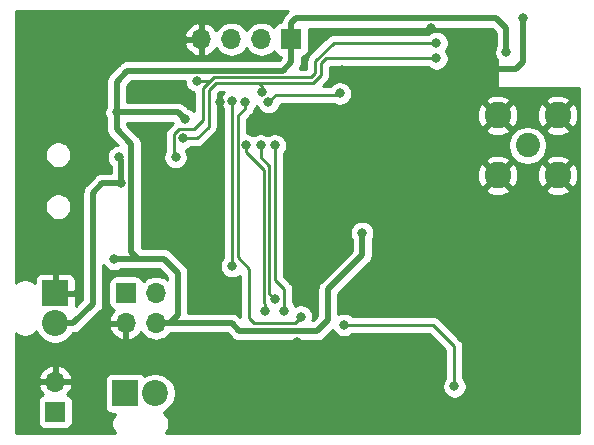
<source format=gbr>
G04 #@! TF.GenerationSoftware,KiCad,Pcbnew,(5.1.0)-1*
G04 #@! TF.CreationDate,2020-04-10T00:03:39+02:00*
G04 #@! TF.ProjectId,Heissluftballon,48656973-736c-4756-9674-62616c6c6f6e,rev?*
G04 #@! TF.SameCoordinates,Original*
G04 #@! TF.FileFunction,Copper,L2,Bot*
G04 #@! TF.FilePolarity,Positive*
%FSLAX46Y46*%
G04 Gerber Fmt 4.6, Leading zero omitted, Abs format (unit mm)*
G04 Created by KiCad (PCBNEW (5.1.0)-1) date 2020-04-10 00:03:39*
%MOMM*%
%LPD*%
G04 APERTURE LIST*
%ADD10C,2.200000*%
%ADD11R,2.200000X2.200000*%
%ADD12O,1.700000X1.700000*%
%ADD13R,1.700000X1.700000*%
%ADD14C,2.250000*%
%ADD15C,2.050000*%
%ADD16C,0.800000*%
%ADD17C,0.500000*%
%ADD18C,0.250000*%
%ADD19C,0.254000*%
G04 APERTURE END LIST*
D10*
X82490000Y-111000000D03*
D11*
X79950000Y-111000000D03*
D10*
X74000000Y-105040000D03*
D11*
X74000000Y-102500000D03*
D12*
X74000000Y-110000000D03*
D13*
X74000000Y-112540000D03*
D14*
X111460000Y-92540000D03*
X111460000Y-87460000D03*
X116540000Y-87460000D03*
X116540000Y-92540000D03*
D15*
X114000000Y-90000000D03*
D12*
X86380000Y-81000000D03*
X88920000Y-81000000D03*
X91460000Y-81000000D03*
D13*
X94000000Y-81000000D03*
D12*
X82540000Y-105040000D03*
X80000000Y-105040000D03*
X82540000Y-102500000D03*
D13*
X80000000Y-102500000D03*
D16*
X87200000Y-101200000D03*
X85800000Y-107200000D03*
X100600000Y-112200000D03*
X115800000Y-114000000D03*
X99000000Y-103000000D03*
X91975000Y-107225000D03*
X94475000Y-106675000D03*
X95400000Y-96800000D03*
X100000000Y-95800000D03*
X100400000Y-92800000D03*
X106000000Y-84100000D03*
X113600000Y-79200000D03*
X71400000Y-99600000D03*
X71400000Y-86400000D03*
X98299992Y-83600000D03*
X96475000Y-87000000D03*
X105800000Y-80100000D03*
X84987500Y-86212500D03*
X87950000Y-86350000D03*
X79000000Y-99600000D03*
X79200000Y-87200000D03*
X85000000Y-87800000D03*
X112200000Y-82100000D03*
X100000000Y-97400000D03*
X79601041Y-93198959D03*
X79400000Y-91000000D03*
X84200000Y-91000000D03*
X106275000Y-81325000D03*
X86000000Y-84524980D03*
X84800000Y-89400000D03*
X106275000Y-82625000D03*
X91500000Y-85500000D03*
X90200000Y-90000000D03*
X91800000Y-104000000D03*
X91400000Y-90000000D03*
X92600000Y-103000000D03*
X98475000Y-105200000D03*
X107800000Y-110400000D03*
X92600000Y-90000000D03*
X93400000Y-104000000D03*
X90100000Y-86300000D03*
X94800000Y-104500000D03*
X89000000Y-86200000D03*
X88987347Y-100212653D03*
X98100000Y-85600000D03*
X92054701Y-86332052D03*
D17*
X113600000Y-79200000D02*
X113600000Y-82900000D01*
X113600000Y-82900000D02*
X113000000Y-83500000D01*
X113000000Y-83500000D02*
X107750000Y-83500000D01*
X107150000Y-84100000D02*
X106000000Y-84100000D01*
X107750000Y-83500000D02*
X107150000Y-84100000D01*
X79200000Y-87200000D02*
X84400000Y-87200000D01*
X84400000Y-87200000D02*
X85000000Y-87800000D01*
X80451042Y-89851042D02*
X80451042Y-98148958D01*
X94000000Y-79650000D02*
X94000000Y-81000000D01*
X94400001Y-79249999D02*
X94000000Y-79650000D01*
X111349999Y-79249999D02*
X94400001Y-79249999D01*
X112200000Y-80100000D02*
X111349999Y-79249999D01*
X112200000Y-82100000D02*
X112200000Y-80100000D01*
X94000000Y-82974980D02*
X93300000Y-83674980D01*
X93300000Y-83674980D02*
X80125020Y-83674980D01*
X80125020Y-83674980D02*
X79200000Y-84600000D01*
X94000000Y-81000000D02*
X94000000Y-82974980D01*
X79200000Y-87200000D02*
X79200000Y-84600000D01*
X79200000Y-87200000D02*
X79200000Y-88600000D01*
X79200000Y-88600000D02*
X80451042Y-89851042D01*
X83742081Y-105040000D02*
X84400000Y-104382081D01*
X82540000Y-105040000D02*
X83742081Y-105040000D01*
X84400000Y-104382081D02*
X84400000Y-100800000D01*
X84400000Y-100800000D02*
X83200000Y-99600000D01*
X80451042Y-99051042D02*
X81000000Y-99600000D01*
X80451042Y-98148958D02*
X80451042Y-99051042D01*
X83200000Y-99600000D02*
X81000000Y-99600000D01*
X81000000Y-99600000D02*
X79000000Y-99600000D01*
X82540000Y-105040000D02*
X88940000Y-105040000D01*
X88940000Y-105040000D02*
X89600000Y-105700000D01*
X89600000Y-105700000D02*
X96200000Y-105700000D01*
X96200000Y-105700000D02*
X97100000Y-104800000D01*
X97100000Y-104800000D02*
X97100000Y-102200000D01*
X97100000Y-102200000D02*
X100000000Y-99300000D01*
X100000000Y-99300000D02*
X100000000Y-97400000D01*
X79601041Y-91201041D02*
X79400000Y-91000000D01*
X79601041Y-93198959D02*
X79601041Y-91201041D01*
X75555634Y-105040000D02*
X77200000Y-103395634D01*
X74000000Y-105040000D02*
X75555634Y-105040000D01*
X77200000Y-103395634D02*
X77200000Y-94000000D01*
X78001041Y-93198959D02*
X79601041Y-93198959D01*
X77200000Y-94000000D02*
X78001041Y-93198959D01*
D18*
X96036390Y-83863610D02*
X96036390Y-82863610D01*
X96036390Y-82863610D02*
X97575000Y-81325000D01*
X95650010Y-84249990D02*
X96036390Y-83863610D01*
X87413600Y-84249990D02*
X95650010Y-84249990D01*
X84074999Y-91000000D02*
X84074999Y-89051999D01*
X84074999Y-89051999D02*
X84526998Y-88600000D01*
X99175000Y-81325000D02*
X106275000Y-81325000D01*
X97575000Y-81325000D02*
X99175000Y-81325000D01*
X84526998Y-88600000D02*
X85800000Y-88600000D01*
X85800000Y-88600000D02*
X86549990Y-87850010D01*
X86549990Y-87850010D02*
X86549991Y-85113599D01*
X87138610Y-84524980D02*
X87206795Y-84456795D01*
X86000000Y-84524980D02*
X87138610Y-84524980D01*
X86549991Y-85113599D02*
X87206795Y-84456795D01*
X87206795Y-84456795D02*
X87413600Y-84249990D01*
X105709315Y-82625000D02*
X106275000Y-82625000D01*
X96911410Y-82625000D02*
X105709315Y-82625000D01*
X95836411Y-84699999D02*
X96486400Y-84050010D01*
X87600000Y-84700000D02*
X95836411Y-84699999D01*
X96486400Y-84050010D02*
X96486400Y-83050010D01*
X87000000Y-85300000D02*
X87600000Y-84700000D01*
X87000000Y-88400000D02*
X87000000Y-85300000D01*
X86000000Y-89400000D02*
X87000000Y-88400000D01*
X96486400Y-83050010D02*
X96911410Y-82625000D01*
X84800000Y-89400000D02*
X86000000Y-89400000D01*
X91265685Y-84700000D02*
X87600000Y-84700000D01*
X91500000Y-84934315D02*
X91265685Y-84700000D01*
X91500000Y-85500000D02*
X91500000Y-84934315D01*
X91800000Y-103434315D02*
X91800000Y-104000000D01*
X90200000Y-90000000D02*
X90200000Y-90565685D01*
X90200000Y-90565685D02*
X91699980Y-92065665D01*
X91699980Y-92065665D02*
X91699980Y-101899980D01*
X91699980Y-101899980D02*
X91699982Y-101899982D01*
X91699982Y-101899982D02*
X91699982Y-103334297D01*
X91699982Y-103334297D02*
X91800000Y-103434315D01*
X91400000Y-91000000D02*
X91400000Y-90000000D01*
X92149990Y-91749990D02*
X91400000Y-91000000D01*
X92149991Y-102549991D02*
X92149990Y-91749990D01*
X92600000Y-103000000D02*
X92149991Y-102549991D01*
X107800000Y-107000000D02*
X107800000Y-110400000D01*
X98475000Y-105200000D02*
X106000000Y-105200000D01*
X106000000Y-105200000D02*
X107800000Y-107000000D01*
X93400000Y-102200000D02*
X93400000Y-104000000D01*
X92600000Y-90000000D02*
X92600000Y-101400000D01*
X92600000Y-101400000D02*
X93400000Y-102200000D01*
X90100000Y-86300000D02*
X90100000Y-86865685D01*
X90100000Y-86865685D02*
X89450010Y-87515675D01*
X89450010Y-99477008D02*
X90400000Y-100426998D01*
X89450010Y-87515675D02*
X89450010Y-99477008D01*
X94800000Y-104500000D02*
X94300000Y-105000000D01*
X90800000Y-105000000D02*
X90400000Y-104600000D01*
X94300000Y-105000000D02*
X90800000Y-105000000D01*
X90400000Y-100426998D02*
X90400000Y-104600000D01*
X89000000Y-86765685D02*
X89000000Y-86200000D01*
X89000000Y-99663408D02*
X89000000Y-86765685D01*
X89000000Y-99663408D02*
X89000000Y-100200000D01*
X89000000Y-100200000D02*
X88987347Y-100212653D01*
X98000000Y-85700000D02*
X98100000Y-85600000D01*
X92054701Y-86332052D02*
X92686753Y-85700000D01*
X92686753Y-85700000D02*
X98000000Y-85700000D01*
D19*
G36*
X111315001Y-80466579D02*
G01*
X111315000Y-81561545D01*
X111282795Y-81609744D01*
X111204774Y-81798102D01*
X111165000Y-81998061D01*
X111165000Y-82201939D01*
X111204774Y-82401898D01*
X111282795Y-82590256D01*
X111373000Y-82725258D01*
X111373000Y-85000000D01*
X111375440Y-85024776D01*
X111382667Y-85048601D01*
X111394403Y-85070557D01*
X111410197Y-85089803D01*
X111429443Y-85105597D01*
X111451399Y-85117333D01*
X111475224Y-85124560D01*
X111500000Y-85127000D01*
X118340001Y-85127000D01*
X118340000Y-114340000D01*
X83365844Y-114340000D01*
X83410450Y-114295394D01*
X83540134Y-114101308D01*
X83629461Y-113885652D01*
X83675000Y-113656712D01*
X83675000Y-113423288D01*
X83629461Y-113194348D01*
X83540134Y-112978692D01*
X83410450Y-112784606D01*
X83245394Y-112619550D01*
X83195048Y-112585910D01*
X83311831Y-112537537D01*
X83595998Y-112347663D01*
X83837663Y-112105998D01*
X84027537Y-111821831D01*
X84158325Y-111506081D01*
X84225000Y-111170883D01*
X84225000Y-110829117D01*
X84158325Y-110493919D01*
X84027537Y-110178169D01*
X83837663Y-109894002D01*
X83595998Y-109652337D01*
X83311831Y-109462463D01*
X82996081Y-109331675D01*
X82660883Y-109265000D01*
X82319117Y-109265000D01*
X81983919Y-109331675D01*
X81668169Y-109462463D01*
X81567557Y-109529690D01*
X81501185Y-109448815D01*
X81404494Y-109369463D01*
X81294180Y-109310498D01*
X81174482Y-109274188D01*
X81050000Y-109261928D01*
X78850000Y-109261928D01*
X78725518Y-109274188D01*
X78605820Y-109310498D01*
X78495506Y-109369463D01*
X78398815Y-109448815D01*
X78319463Y-109545506D01*
X78260498Y-109655820D01*
X78224188Y-109775518D01*
X78211928Y-109900000D01*
X78211928Y-112100000D01*
X78224188Y-112224482D01*
X78260498Y-112344180D01*
X78319463Y-112454494D01*
X78398815Y-112551185D01*
X78495506Y-112630537D01*
X78605820Y-112689502D01*
X78725518Y-112725812D01*
X78850000Y-112738072D01*
X79076084Y-112738072D01*
X79029550Y-112784606D01*
X78899866Y-112978692D01*
X78810539Y-113194348D01*
X78765000Y-113423288D01*
X78765000Y-113656712D01*
X78810539Y-113885652D01*
X78899866Y-114101308D01*
X79029550Y-114295394D01*
X79074156Y-114340000D01*
X70660000Y-114340000D01*
X70660000Y-111690000D01*
X72511928Y-111690000D01*
X72511928Y-113390000D01*
X72524188Y-113514482D01*
X72560498Y-113634180D01*
X72619463Y-113744494D01*
X72698815Y-113841185D01*
X72795506Y-113920537D01*
X72905820Y-113979502D01*
X73025518Y-114015812D01*
X73150000Y-114028072D01*
X74850000Y-114028072D01*
X74974482Y-114015812D01*
X75094180Y-113979502D01*
X75204494Y-113920537D01*
X75301185Y-113841185D01*
X75380537Y-113744494D01*
X75439502Y-113634180D01*
X75475812Y-113514482D01*
X75488072Y-113390000D01*
X75488072Y-111690000D01*
X75475812Y-111565518D01*
X75439502Y-111445820D01*
X75380537Y-111335506D01*
X75301185Y-111238815D01*
X75204494Y-111159463D01*
X75094180Y-111100498D01*
X75013534Y-111076034D01*
X75097588Y-111000269D01*
X75271641Y-110766920D01*
X75396825Y-110504099D01*
X75441476Y-110356890D01*
X75320155Y-110127000D01*
X74127000Y-110127000D01*
X74127000Y-110147000D01*
X73873000Y-110147000D01*
X73873000Y-110127000D01*
X72679845Y-110127000D01*
X72558524Y-110356890D01*
X72603175Y-110504099D01*
X72728359Y-110766920D01*
X72902412Y-111000269D01*
X72986466Y-111076034D01*
X72905820Y-111100498D01*
X72795506Y-111159463D01*
X72698815Y-111238815D01*
X72619463Y-111335506D01*
X72560498Y-111445820D01*
X72524188Y-111565518D01*
X72511928Y-111690000D01*
X70660000Y-111690000D01*
X70660000Y-109643110D01*
X72558524Y-109643110D01*
X72679845Y-109873000D01*
X73873000Y-109873000D01*
X73873000Y-108679186D01*
X74127000Y-108679186D01*
X74127000Y-109873000D01*
X75320155Y-109873000D01*
X75441476Y-109643110D01*
X75396825Y-109495901D01*
X75271641Y-109233080D01*
X75097588Y-108999731D01*
X74881355Y-108804822D01*
X74631252Y-108655843D01*
X74356891Y-108558519D01*
X74127000Y-108679186D01*
X73873000Y-108679186D01*
X73643109Y-108558519D01*
X73368748Y-108655843D01*
X73118645Y-108804822D01*
X72902412Y-108999731D01*
X72728359Y-109233080D01*
X72603175Y-109495901D01*
X72558524Y-109643110D01*
X70660000Y-109643110D01*
X70660000Y-105915844D01*
X70704606Y-105960450D01*
X70898692Y-106090134D01*
X71114348Y-106179461D01*
X71343288Y-106225000D01*
X71576712Y-106225000D01*
X71805652Y-106179461D01*
X72021308Y-106090134D01*
X72215394Y-105960450D01*
X72380450Y-105795394D01*
X72414090Y-105745048D01*
X72462463Y-105861831D01*
X72652337Y-106145998D01*
X72894002Y-106387663D01*
X73178169Y-106577537D01*
X73493919Y-106708325D01*
X73829117Y-106775000D01*
X74170883Y-106775000D01*
X74506081Y-106708325D01*
X74821831Y-106577537D01*
X75105998Y-106387663D01*
X75347663Y-106145998D01*
X75495329Y-105925000D01*
X75512165Y-105925000D01*
X75555634Y-105929281D01*
X75599103Y-105925000D01*
X75599111Y-105925000D01*
X75729124Y-105912195D01*
X75895947Y-105861589D01*
X76049693Y-105779411D01*
X76184451Y-105668817D01*
X76212168Y-105635044D01*
X76450322Y-105396890D01*
X78558524Y-105396890D01*
X78603175Y-105544099D01*
X78728359Y-105806920D01*
X78902412Y-106040269D01*
X79118645Y-106235178D01*
X79368748Y-106384157D01*
X79643109Y-106481481D01*
X79873000Y-106360814D01*
X79873000Y-105167000D01*
X78679845Y-105167000D01*
X78558524Y-105396890D01*
X76450322Y-105396890D01*
X77795050Y-104052163D01*
X77828817Y-104024451D01*
X77857201Y-103989866D01*
X77939411Y-103889693D01*
X77956035Y-103858591D01*
X78021589Y-103735947D01*
X78072195Y-103569124D01*
X78085000Y-103439111D01*
X78085000Y-103439103D01*
X78089281Y-103395634D01*
X78085000Y-103352165D01*
X78085000Y-100093556D01*
X78196063Y-100259774D01*
X78340226Y-100403937D01*
X78509744Y-100517205D01*
X78698102Y-100595226D01*
X78898061Y-100635000D01*
X79101939Y-100635000D01*
X79301898Y-100595226D01*
X79490256Y-100517205D01*
X79538454Y-100485000D01*
X80956531Y-100485000D01*
X81000000Y-100489281D01*
X81043469Y-100485000D01*
X82833422Y-100485000D01*
X83515001Y-101166580D01*
X83515001Y-101379102D01*
X83369014Y-101259294D01*
X83111034Y-101121401D01*
X82831111Y-101036487D01*
X82612950Y-101015000D01*
X82467050Y-101015000D01*
X82248889Y-101036487D01*
X81968966Y-101121401D01*
X81710986Y-101259294D01*
X81484866Y-101444866D01*
X81460393Y-101474687D01*
X81439502Y-101405820D01*
X81380537Y-101295506D01*
X81301185Y-101198815D01*
X81204494Y-101119463D01*
X81094180Y-101060498D01*
X80974482Y-101024188D01*
X80850000Y-101011928D01*
X79150000Y-101011928D01*
X79025518Y-101024188D01*
X78905820Y-101060498D01*
X78795506Y-101119463D01*
X78698815Y-101198815D01*
X78619463Y-101295506D01*
X78560498Y-101405820D01*
X78524188Y-101525518D01*
X78511928Y-101650000D01*
X78511928Y-103350000D01*
X78524188Y-103474482D01*
X78560498Y-103594180D01*
X78619463Y-103704494D01*
X78698815Y-103801185D01*
X78795506Y-103880537D01*
X78905820Y-103939502D01*
X78986466Y-103963966D01*
X78902412Y-104039731D01*
X78728359Y-104273080D01*
X78603175Y-104535901D01*
X78558524Y-104683110D01*
X78679845Y-104913000D01*
X79873000Y-104913000D01*
X79873000Y-104893000D01*
X80127000Y-104893000D01*
X80127000Y-104913000D01*
X80147000Y-104913000D01*
X80147000Y-105167000D01*
X80127000Y-105167000D01*
X80127000Y-106360814D01*
X80356891Y-106481481D01*
X80631252Y-106384157D01*
X80881355Y-106235178D01*
X81097588Y-106040269D01*
X81268416Y-105811244D01*
X81299294Y-105869014D01*
X81484866Y-106095134D01*
X81710986Y-106280706D01*
X81968966Y-106418599D01*
X82248889Y-106503513D01*
X82467050Y-106525000D01*
X82612950Y-106525000D01*
X82831111Y-106503513D01*
X83111034Y-106418599D01*
X83369014Y-106280706D01*
X83595134Y-106095134D01*
X83732056Y-105928294D01*
X83742081Y-105929281D01*
X83785550Y-105925000D01*
X88573422Y-105925000D01*
X88943470Y-106295049D01*
X88971183Y-106328817D01*
X89004951Y-106356530D01*
X89004953Y-106356532D01*
X89010171Y-106360814D01*
X89105941Y-106439411D01*
X89259687Y-106521589D01*
X89375903Y-106556843D01*
X89426509Y-106572195D01*
X89441306Y-106573652D01*
X89556523Y-106585000D01*
X89556531Y-106585000D01*
X89600000Y-106589281D01*
X89643469Y-106585000D01*
X96156531Y-106585000D01*
X96200000Y-106589281D01*
X96243469Y-106585000D01*
X96243477Y-106585000D01*
X96373490Y-106572195D01*
X96540313Y-106521589D01*
X96694059Y-106439411D01*
X96828817Y-106328817D01*
X96856534Y-106295044D01*
X97529539Y-105622040D01*
X97557795Y-105690256D01*
X97671063Y-105859774D01*
X97815226Y-106003937D01*
X97984744Y-106117205D01*
X98173102Y-106195226D01*
X98373061Y-106235000D01*
X98576939Y-106235000D01*
X98776898Y-106195226D01*
X98965256Y-106117205D01*
X99134774Y-106003937D01*
X99178711Y-105960000D01*
X105685199Y-105960000D01*
X107040000Y-107314803D01*
X107040001Y-109696288D01*
X106996063Y-109740226D01*
X106882795Y-109909744D01*
X106804774Y-110098102D01*
X106765000Y-110298061D01*
X106765000Y-110501939D01*
X106804774Y-110701898D01*
X106882795Y-110890256D01*
X106996063Y-111059774D01*
X107140226Y-111203937D01*
X107309744Y-111317205D01*
X107498102Y-111395226D01*
X107698061Y-111435000D01*
X107901939Y-111435000D01*
X108101898Y-111395226D01*
X108290256Y-111317205D01*
X108459774Y-111203937D01*
X108603937Y-111059774D01*
X108717205Y-110890256D01*
X108795226Y-110701898D01*
X108835000Y-110501939D01*
X108835000Y-110298061D01*
X108795226Y-110098102D01*
X108717205Y-109909744D01*
X108603937Y-109740226D01*
X108560000Y-109696289D01*
X108560000Y-107037322D01*
X108563676Y-106999999D01*
X108560000Y-106962676D01*
X108560000Y-106962667D01*
X108549003Y-106851014D01*
X108505546Y-106707753D01*
X108434974Y-106575724D01*
X108390546Y-106521588D01*
X108363799Y-106488996D01*
X108363795Y-106488992D01*
X108340001Y-106459999D01*
X108311009Y-106436206D01*
X106563803Y-104689002D01*
X106540001Y-104659999D01*
X106424276Y-104565026D01*
X106292247Y-104494454D01*
X106148986Y-104450997D01*
X106037333Y-104440000D01*
X106037322Y-104440000D01*
X106000000Y-104436324D01*
X105962678Y-104440000D01*
X99178711Y-104440000D01*
X99134774Y-104396063D01*
X98965256Y-104282795D01*
X98776898Y-104204774D01*
X98576939Y-104165000D01*
X98373061Y-104165000D01*
X98173102Y-104204774D01*
X97985000Y-104282689D01*
X97985000Y-102566578D01*
X100595050Y-99956529D01*
X100628817Y-99928817D01*
X100739411Y-99794059D01*
X100821589Y-99640313D01*
X100872195Y-99473490D01*
X100885000Y-99343477D01*
X100885000Y-99343467D01*
X100889281Y-99300001D01*
X100885000Y-99256535D01*
X100885000Y-97938454D01*
X100917205Y-97890256D01*
X100995226Y-97701898D01*
X101035000Y-97501939D01*
X101035000Y-97298061D01*
X100995226Y-97098102D01*
X100917205Y-96909744D01*
X100803937Y-96740226D01*
X100659774Y-96596063D01*
X100490256Y-96482795D01*
X100301898Y-96404774D01*
X100101939Y-96365000D01*
X99898061Y-96365000D01*
X99698102Y-96404774D01*
X99509744Y-96482795D01*
X99340226Y-96596063D01*
X99196063Y-96740226D01*
X99082795Y-96909744D01*
X99004774Y-97098102D01*
X98965000Y-97298061D01*
X98965000Y-97501939D01*
X99004774Y-97701898D01*
X99082795Y-97890256D01*
X99115001Y-97938455D01*
X99115000Y-98933421D01*
X96504951Y-101543471D01*
X96471184Y-101571183D01*
X96443471Y-101604951D01*
X96443468Y-101604954D01*
X96360590Y-101705941D01*
X96278412Y-101859687D01*
X96227805Y-102026510D01*
X96210719Y-102200000D01*
X96215001Y-102243479D01*
X96215000Y-104433421D01*
X95833422Y-104815000D01*
X95789799Y-104815000D01*
X95795226Y-104801898D01*
X95835000Y-104601939D01*
X95835000Y-104398061D01*
X95795226Y-104198102D01*
X95717205Y-104009744D01*
X95603937Y-103840226D01*
X95459774Y-103696063D01*
X95290256Y-103582795D01*
X95101898Y-103504774D01*
X94901939Y-103465000D01*
X94698061Y-103465000D01*
X94498102Y-103504774D01*
X94341940Y-103569459D01*
X94317205Y-103509744D01*
X94203937Y-103340226D01*
X94160000Y-103296289D01*
X94160000Y-102237323D01*
X94163676Y-102200000D01*
X94160000Y-102162677D01*
X94160000Y-102162667D01*
X94149003Y-102051014D01*
X94105546Y-101907753D01*
X94034974Y-101775724D01*
X93940001Y-101659999D01*
X93911004Y-101636202D01*
X93360000Y-101085199D01*
X93360000Y-93764531D01*
X110415074Y-93764531D01*
X110525921Y-94041714D01*
X110836840Y-94195089D01*
X111171705Y-94284860D01*
X111517650Y-94307576D01*
X111861380Y-94262366D01*
X112189685Y-94150966D01*
X112394079Y-94041714D01*
X112504926Y-93764531D01*
X115495074Y-93764531D01*
X115605921Y-94041714D01*
X115916840Y-94195089D01*
X116251705Y-94284860D01*
X116597650Y-94307576D01*
X116941380Y-94262366D01*
X117269685Y-94150966D01*
X117474079Y-94041714D01*
X117584926Y-93764531D01*
X116540000Y-92719605D01*
X115495074Y-93764531D01*
X112504926Y-93764531D01*
X111460000Y-92719605D01*
X110415074Y-93764531D01*
X93360000Y-93764531D01*
X93360000Y-92597650D01*
X109692424Y-92597650D01*
X109737634Y-92941380D01*
X109849034Y-93269685D01*
X109958286Y-93474079D01*
X110235469Y-93584926D01*
X111280395Y-92540000D01*
X111639605Y-92540000D01*
X112684531Y-93584926D01*
X112961714Y-93474079D01*
X113115089Y-93163160D01*
X113204860Y-92828295D01*
X113220004Y-92597650D01*
X114772424Y-92597650D01*
X114817634Y-92941380D01*
X114929034Y-93269685D01*
X115038286Y-93474079D01*
X115315469Y-93584926D01*
X116360395Y-92540000D01*
X116719605Y-92540000D01*
X117764531Y-93584926D01*
X118041714Y-93474079D01*
X118195089Y-93163160D01*
X118284860Y-92828295D01*
X118307576Y-92482350D01*
X118262366Y-92138620D01*
X118150966Y-91810315D01*
X118041714Y-91605921D01*
X117764531Y-91495074D01*
X116719605Y-92540000D01*
X116360395Y-92540000D01*
X115315469Y-91495074D01*
X115038286Y-91605921D01*
X114884911Y-91916840D01*
X114795140Y-92251705D01*
X114772424Y-92597650D01*
X113220004Y-92597650D01*
X113227576Y-92482350D01*
X113182366Y-92138620D01*
X113070966Y-91810315D01*
X112961714Y-91605921D01*
X112684531Y-91495074D01*
X111639605Y-92540000D01*
X111280395Y-92540000D01*
X110235469Y-91495074D01*
X109958286Y-91605921D01*
X109804911Y-91916840D01*
X109715140Y-92251705D01*
X109692424Y-92597650D01*
X93360000Y-92597650D01*
X93360000Y-91315469D01*
X110415074Y-91315469D01*
X111460000Y-92360395D01*
X112504926Y-91315469D01*
X112394079Y-91038286D01*
X112083160Y-90884911D01*
X111748295Y-90795140D01*
X111402350Y-90772424D01*
X111058620Y-90817634D01*
X110730315Y-90929034D01*
X110525921Y-91038286D01*
X110415074Y-91315469D01*
X93360000Y-91315469D01*
X93360000Y-90703711D01*
X93403937Y-90659774D01*
X93517205Y-90490256D01*
X93595226Y-90301898D01*
X93635000Y-90101939D01*
X93635000Y-89898061D01*
X93622756Y-89836504D01*
X112340000Y-89836504D01*
X112340000Y-90163496D01*
X112403793Y-90484204D01*
X112528927Y-90786305D01*
X112710594Y-91058188D01*
X112941812Y-91289406D01*
X113213695Y-91471073D01*
X113515796Y-91596207D01*
X113836504Y-91660000D01*
X114163496Y-91660000D01*
X114484204Y-91596207D01*
X114786305Y-91471073D01*
X115019182Y-91315469D01*
X115495074Y-91315469D01*
X116540000Y-92360395D01*
X117584926Y-91315469D01*
X117474079Y-91038286D01*
X117163160Y-90884911D01*
X116828295Y-90795140D01*
X116482350Y-90772424D01*
X116138620Y-90817634D01*
X115810315Y-90929034D01*
X115605921Y-91038286D01*
X115495074Y-91315469D01*
X115019182Y-91315469D01*
X115058188Y-91289406D01*
X115289406Y-91058188D01*
X115471073Y-90786305D01*
X115596207Y-90484204D01*
X115660000Y-90163496D01*
X115660000Y-89836504D01*
X115596207Y-89515796D01*
X115471073Y-89213695D01*
X115289406Y-88941812D01*
X115058188Y-88710594D01*
X115019183Y-88684531D01*
X115495074Y-88684531D01*
X115605921Y-88961714D01*
X115916840Y-89115089D01*
X116251705Y-89204860D01*
X116597650Y-89227576D01*
X116941380Y-89182366D01*
X117269685Y-89070966D01*
X117474079Y-88961714D01*
X117584926Y-88684531D01*
X116540000Y-87639605D01*
X115495074Y-88684531D01*
X115019183Y-88684531D01*
X114786305Y-88528927D01*
X114484204Y-88403793D01*
X114163496Y-88340000D01*
X113836504Y-88340000D01*
X113515796Y-88403793D01*
X113213695Y-88528927D01*
X112941812Y-88710594D01*
X112710594Y-88941812D01*
X112528927Y-89213695D01*
X112403793Y-89515796D01*
X112340000Y-89836504D01*
X93622756Y-89836504D01*
X93595226Y-89698102D01*
X93517205Y-89509744D01*
X93403937Y-89340226D01*
X93259774Y-89196063D01*
X93090256Y-89082795D01*
X92901898Y-89004774D01*
X92701939Y-88965000D01*
X92498061Y-88965000D01*
X92298102Y-89004774D01*
X92109744Y-89082795D01*
X92000000Y-89156123D01*
X91890256Y-89082795D01*
X91701898Y-89004774D01*
X91501939Y-88965000D01*
X91298061Y-88965000D01*
X91098102Y-89004774D01*
X90909744Y-89082795D01*
X90800000Y-89156123D01*
X90690256Y-89082795D01*
X90501898Y-89004774D01*
X90301939Y-88965000D01*
X90210010Y-88965000D01*
X90210010Y-88684531D01*
X110415074Y-88684531D01*
X110525921Y-88961714D01*
X110836840Y-89115089D01*
X111171705Y-89204860D01*
X111517650Y-89227576D01*
X111861380Y-89182366D01*
X112189685Y-89070966D01*
X112394079Y-88961714D01*
X112504926Y-88684531D01*
X111460000Y-87639605D01*
X110415074Y-88684531D01*
X90210010Y-88684531D01*
X90210010Y-87830476D01*
X90522836Y-87517650D01*
X109692424Y-87517650D01*
X109737634Y-87861380D01*
X109849034Y-88189685D01*
X109958286Y-88394079D01*
X110235469Y-88504926D01*
X111280395Y-87460000D01*
X111639605Y-87460000D01*
X112684531Y-88504926D01*
X112961714Y-88394079D01*
X113115089Y-88083160D01*
X113204860Y-87748295D01*
X113220004Y-87517650D01*
X114772424Y-87517650D01*
X114817634Y-87861380D01*
X114929034Y-88189685D01*
X115038286Y-88394079D01*
X115315469Y-88504926D01*
X116360395Y-87460000D01*
X116719605Y-87460000D01*
X117764531Y-88504926D01*
X118041714Y-88394079D01*
X118195089Y-88083160D01*
X118284860Y-87748295D01*
X118307576Y-87402350D01*
X118262366Y-87058620D01*
X118150966Y-86730315D01*
X118041714Y-86525921D01*
X117764531Y-86415074D01*
X116719605Y-87460000D01*
X116360395Y-87460000D01*
X115315469Y-86415074D01*
X115038286Y-86525921D01*
X114884911Y-86836840D01*
X114795140Y-87171705D01*
X114772424Y-87517650D01*
X113220004Y-87517650D01*
X113227576Y-87402350D01*
X113182366Y-87058620D01*
X113070966Y-86730315D01*
X112961714Y-86525921D01*
X112684531Y-86415074D01*
X111639605Y-87460000D01*
X111280395Y-87460000D01*
X110235469Y-86415074D01*
X109958286Y-86525921D01*
X109804911Y-86836840D01*
X109715140Y-87171705D01*
X109692424Y-87517650D01*
X90522836Y-87517650D01*
X90611002Y-87429485D01*
X90640001Y-87405686D01*
X90734974Y-87289961D01*
X90805546Y-87157932D01*
X90848987Y-87014724D01*
X90903937Y-86959774D01*
X91017205Y-86790256D01*
X91070712Y-86661079D01*
X91137496Y-86822308D01*
X91250764Y-86991826D01*
X91394927Y-87135989D01*
X91564445Y-87249257D01*
X91752803Y-87327278D01*
X91952762Y-87367052D01*
X92156640Y-87367052D01*
X92356599Y-87327278D01*
X92544957Y-87249257D01*
X92714475Y-87135989D01*
X92858638Y-86991826D01*
X92971906Y-86822308D01*
X93049927Y-86633950D01*
X93084528Y-86460000D01*
X97524130Y-86460000D01*
X97609744Y-86517205D01*
X97798102Y-86595226D01*
X97998061Y-86635000D01*
X98201939Y-86635000D01*
X98401898Y-86595226D01*
X98590256Y-86517205D01*
X98759774Y-86403937D01*
X98903937Y-86259774D01*
X98920177Y-86235469D01*
X110415074Y-86235469D01*
X111460000Y-87280395D01*
X112504926Y-86235469D01*
X115495074Y-86235469D01*
X116540000Y-87280395D01*
X117584926Y-86235469D01*
X117474079Y-85958286D01*
X117163160Y-85804911D01*
X116828295Y-85715140D01*
X116482350Y-85692424D01*
X116138620Y-85737634D01*
X115810315Y-85849034D01*
X115605921Y-85958286D01*
X115495074Y-86235469D01*
X112504926Y-86235469D01*
X112394079Y-85958286D01*
X112083160Y-85804911D01*
X111748295Y-85715140D01*
X111402350Y-85692424D01*
X111058620Y-85737634D01*
X110730315Y-85849034D01*
X110525921Y-85958286D01*
X110415074Y-86235469D01*
X98920177Y-86235469D01*
X99017205Y-86090256D01*
X99095226Y-85901898D01*
X99135000Y-85701939D01*
X99135000Y-85498061D01*
X99095226Y-85298102D01*
X99017205Y-85109744D01*
X98903937Y-84940226D01*
X98759774Y-84796063D01*
X98590256Y-84682795D01*
X98401898Y-84604774D01*
X98201939Y-84565000D01*
X97998061Y-84565000D01*
X97798102Y-84604774D01*
X97609744Y-84682795D01*
X97440226Y-84796063D01*
X97296289Y-84940000D01*
X96671211Y-84940000D01*
X96997404Y-84613808D01*
X97026401Y-84590011D01*
X97121374Y-84474286D01*
X97191946Y-84342257D01*
X97235403Y-84198996D01*
X97246400Y-84087343D01*
X97246400Y-84087334D01*
X97250076Y-84050011D01*
X97246400Y-84012688D01*
X97246400Y-83385000D01*
X105571289Y-83385000D01*
X105615226Y-83428937D01*
X105784744Y-83542205D01*
X105973102Y-83620226D01*
X106173061Y-83660000D01*
X106376939Y-83660000D01*
X106576898Y-83620226D01*
X106765256Y-83542205D01*
X106934774Y-83428937D01*
X107078937Y-83284774D01*
X107192205Y-83115256D01*
X107270226Y-82926898D01*
X107310000Y-82726939D01*
X107310000Y-82523061D01*
X107270226Y-82323102D01*
X107192205Y-82134744D01*
X107085468Y-81975000D01*
X107192205Y-81815256D01*
X107270226Y-81626898D01*
X107310000Y-81426939D01*
X107310000Y-81223061D01*
X107270226Y-81023102D01*
X107192205Y-80834744D01*
X107078937Y-80665226D01*
X106934774Y-80521063D01*
X106765256Y-80407795D01*
X106576898Y-80329774D01*
X106376939Y-80290000D01*
X106173061Y-80290000D01*
X105973102Y-80329774D01*
X105784744Y-80407795D01*
X105615226Y-80521063D01*
X105571289Y-80565000D01*
X97612322Y-80565000D01*
X97574999Y-80561324D01*
X97537676Y-80565000D01*
X97537667Y-80565000D01*
X97426014Y-80575997D01*
X97282753Y-80619454D01*
X97150723Y-80690026D01*
X97127739Y-80708889D01*
X97034999Y-80784999D01*
X97011201Y-80813997D01*
X95525388Y-82299811D01*
X95496390Y-82323609D01*
X95472592Y-82352607D01*
X95472591Y-82352608D01*
X95401416Y-82439334D01*
X95330844Y-82571364D01*
X95287388Y-82714625D01*
X95272714Y-82863610D01*
X95276391Y-82900942D01*
X95276390Y-83489990D01*
X94722217Y-83489990D01*
X94739410Y-83469040D01*
X94755288Y-83439334D01*
X94821589Y-83315293D01*
X94872195Y-83148470D01*
X94885000Y-83018457D01*
X94885000Y-83018447D01*
X94889281Y-82974981D01*
X94885000Y-82931515D01*
X94885000Y-82484625D01*
X94974482Y-82475812D01*
X95094180Y-82439502D01*
X95204494Y-82380537D01*
X95301185Y-82301185D01*
X95380537Y-82204494D01*
X95439502Y-82094180D01*
X95475812Y-81974482D01*
X95488072Y-81850000D01*
X95488072Y-80150000D01*
X95486595Y-80134999D01*
X110983421Y-80134999D01*
X111315001Y-80466579D01*
X111315001Y-80466579D01*
G37*
X111315001Y-80466579D02*
X111315000Y-81561545D01*
X111282795Y-81609744D01*
X111204774Y-81798102D01*
X111165000Y-81998061D01*
X111165000Y-82201939D01*
X111204774Y-82401898D01*
X111282795Y-82590256D01*
X111373000Y-82725258D01*
X111373000Y-85000000D01*
X111375440Y-85024776D01*
X111382667Y-85048601D01*
X111394403Y-85070557D01*
X111410197Y-85089803D01*
X111429443Y-85105597D01*
X111451399Y-85117333D01*
X111475224Y-85124560D01*
X111500000Y-85127000D01*
X118340001Y-85127000D01*
X118340000Y-114340000D01*
X83365844Y-114340000D01*
X83410450Y-114295394D01*
X83540134Y-114101308D01*
X83629461Y-113885652D01*
X83675000Y-113656712D01*
X83675000Y-113423288D01*
X83629461Y-113194348D01*
X83540134Y-112978692D01*
X83410450Y-112784606D01*
X83245394Y-112619550D01*
X83195048Y-112585910D01*
X83311831Y-112537537D01*
X83595998Y-112347663D01*
X83837663Y-112105998D01*
X84027537Y-111821831D01*
X84158325Y-111506081D01*
X84225000Y-111170883D01*
X84225000Y-110829117D01*
X84158325Y-110493919D01*
X84027537Y-110178169D01*
X83837663Y-109894002D01*
X83595998Y-109652337D01*
X83311831Y-109462463D01*
X82996081Y-109331675D01*
X82660883Y-109265000D01*
X82319117Y-109265000D01*
X81983919Y-109331675D01*
X81668169Y-109462463D01*
X81567557Y-109529690D01*
X81501185Y-109448815D01*
X81404494Y-109369463D01*
X81294180Y-109310498D01*
X81174482Y-109274188D01*
X81050000Y-109261928D01*
X78850000Y-109261928D01*
X78725518Y-109274188D01*
X78605820Y-109310498D01*
X78495506Y-109369463D01*
X78398815Y-109448815D01*
X78319463Y-109545506D01*
X78260498Y-109655820D01*
X78224188Y-109775518D01*
X78211928Y-109900000D01*
X78211928Y-112100000D01*
X78224188Y-112224482D01*
X78260498Y-112344180D01*
X78319463Y-112454494D01*
X78398815Y-112551185D01*
X78495506Y-112630537D01*
X78605820Y-112689502D01*
X78725518Y-112725812D01*
X78850000Y-112738072D01*
X79076084Y-112738072D01*
X79029550Y-112784606D01*
X78899866Y-112978692D01*
X78810539Y-113194348D01*
X78765000Y-113423288D01*
X78765000Y-113656712D01*
X78810539Y-113885652D01*
X78899866Y-114101308D01*
X79029550Y-114295394D01*
X79074156Y-114340000D01*
X70660000Y-114340000D01*
X70660000Y-111690000D01*
X72511928Y-111690000D01*
X72511928Y-113390000D01*
X72524188Y-113514482D01*
X72560498Y-113634180D01*
X72619463Y-113744494D01*
X72698815Y-113841185D01*
X72795506Y-113920537D01*
X72905820Y-113979502D01*
X73025518Y-114015812D01*
X73150000Y-114028072D01*
X74850000Y-114028072D01*
X74974482Y-114015812D01*
X75094180Y-113979502D01*
X75204494Y-113920537D01*
X75301185Y-113841185D01*
X75380537Y-113744494D01*
X75439502Y-113634180D01*
X75475812Y-113514482D01*
X75488072Y-113390000D01*
X75488072Y-111690000D01*
X75475812Y-111565518D01*
X75439502Y-111445820D01*
X75380537Y-111335506D01*
X75301185Y-111238815D01*
X75204494Y-111159463D01*
X75094180Y-111100498D01*
X75013534Y-111076034D01*
X75097588Y-111000269D01*
X75271641Y-110766920D01*
X75396825Y-110504099D01*
X75441476Y-110356890D01*
X75320155Y-110127000D01*
X74127000Y-110127000D01*
X74127000Y-110147000D01*
X73873000Y-110147000D01*
X73873000Y-110127000D01*
X72679845Y-110127000D01*
X72558524Y-110356890D01*
X72603175Y-110504099D01*
X72728359Y-110766920D01*
X72902412Y-111000269D01*
X72986466Y-111076034D01*
X72905820Y-111100498D01*
X72795506Y-111159463D01*
X72698815Y-111238815D01*
X72619463Y-111335506D01*
X72560498Y-111445820D01*
X72524188Y-111565518D01*
X72511928Y-111690000D01*
X70660000Y-111690000D01*
X70660000Y-109643110D01*
X72558524Y-109643110D01*
X72679845Y-109873000D01*
X73873000Y-109873000D01*
X73873000Y-108679186D01*
X74127000Y-108679186D01*
X74127000Y-109873000D01*
X75320155Y-109873000D01*
X75441476Y-109643110D01*
X75396825Y-109495901D01*
X75271641Y-109233080D01*
X75097588Y-108999731D01*
X74881355Y-108804822D01*
X74631252Y-108655843D01*
X74356891Y-108558519D01*
X74127000Y-108679186D01*
X73873000Y-108679186D01*
X73643109Y-108558519D01*
X73368748Y-108655843D01*
X73118645Y-108804822D01*
X72902412Y-108999731D01*
X72728359Y-109233080D01*
X72603175Y-109495901D01*
X72558524Y-109643110D01*
X70660000Y-109643110D01*
X70660000Y-105915844D01*
X70704606Y-105960450D01*
X70898692Y-106090134D01*
X71114348Y-106179461D01*
X71343288Y-106225000D01*
X71576712Y-106225000D01*
X71805652Y-106179461D01*
X72021308Y-106090134D01*
X72215394Y-105960450D01*
X72380450Y-105795394D01*
X72414090Y-105745048D01*
X72462463Y-105861831D01*
X72652337Y-106145998D01*
X72894002Y-106387663D01*
X73178169Y-106577537D01*
X73493919Y-106708325D01*
X73829117Y-106775000D01*
X74170883Y-106775000D01*
X74506081Y-106708325D01*
X74821831Y-106577537D01*
X75105998Y-106387663D01*
X75347663Y-106145998D01*
X75495329Y-105925000D01*
X75512165Y-105925000D01*
X75555634Y-105929281D01*
X75599103Y-105925000D01*
X75599111Y-105925000D01*
X75729124Y-105912195D01*
X75895947Y-105861589D01*
X76049693Y-105779411D01*
X76184451Y-105668817D01*
X76212168Y-105635044D01*
X76450322Y-105396890D01*
X78558524Y-105396890D01*
X78603175Y-105544099D01*
X78728359Y-105806920D01*
X78902412Y-106040269D01*
X79118645Y-106235178D01*
X79368748Y-106384157D01*
X79643109Y-106481481D01*
X79873000Y-106360814D01*
X79873000Y-105167000D01*
X78679845Y-105167000D01*
X78558524Y-105396890D01*
X76450322Y-105396890D01*
X77795050Y-104052163D01*
X77828817Y-104024451D01*
X77857201Y-103989866D01*
X77939411Y-103889693D01*
X77956035Y-103858591D01*
X78021589Y-103735947D01*
X78072195Y-103569124D01*
X78085000Y-103439111D01*
X78085000Y-103439103D01*
X78089281Y-103395634D01*
X78085000Y-103352165D01*
X78085000Y-100093556D01*
X78196063Y-100259774D01*
X78340226Y-100403937D01*
X78509744Y-100517205D01*
X78698102Y-100595226D01*
X78898061Y-100635000D01*
X79101939Y-100635000D01*
X79301898Y-100595226D01*
X79490256Y-100517205D01*
X79538454Y-100485000D01*
X80956531Y-100485000D01*
X81000000Y-100489281D01*
X81043469Y-100485000D01*
X82833422Y-100485000D01*
X83515001Y-101166580D01*
X83515001Y-101379102D01*
X83369014Y-101259294D01*
X83111034Y-101121401D01*
X82831111Y-101036487D01*
X82612950Y-101015000D01*
X82467050Y-101015000D01*
X82248889Y-101036487D01*
X81968966Y-101121401D01*
X81710986Y-101259294D01*
X81484866Y-101444866D01*
X81460393Y-101474687D01*
X81439502Y-101405820D01*
X81380537Y-101295506D01*
X81301185Y-101198815D01*
X81204494Y-101119463D01*
X81094180Y-101060498D01*
X80974482Y-101024188D01*
X80850000Y-101011928D01*
X79150000Y-101011928D01*
X79025518Y-101024188D01*
X78905820Y-101060498D01*
X78795506Y-101119463D01*
X78698815Y-101198815D01*
X78619463Y-101295506D01*
X78560498Y-101405820D01*
X78524188Y-101525518D01*
X78511928Y-101650000D01*
X78511928Y-103350000D01*
X78524188Y-103474482D01*
X78560498Y-103594180D01*
X78619463Y-103704494D01*
X78698815Y-103801185D01*
X78795506Y-103880537D01*
X78905820Y-103939502D01*
X78986466Y-103963966D01*
X78902412Y-104039731D01*
X78728359Y-104273080D01*
X78603175Y-104535901D01*
X78558524Y-104683110D01*
X78679845Y-104913000D01*
X79873000Y-104913000D01*
X79873000Y-104893000D01*
X80127000Y-104893000D01*
X80127000Y-104913000D01*
X80147000Y-104913000D01*
X80147000Y-105167000D01*
X80127000Y-105167000D01*
X80127000Y-106360814D01*
X80356891Y-106481481D01*
X80631252Y-106384157D01*
X80881355Y-106235178D01*
X81097588Y-106040269D01*
X81268416Y-105811244D01*
X81299294Y-105869014D01*
X81484866Y-106095134D01*
X81710986Y-106280706D01*
X81968966Y-106418599D01*
X82248889Y-106503513D01*
X82467050Y-106525000D01*
X82612950Y-106525000D01*
X82831111Y-106503513D01*
X83111034Y-106418599D01*
X83369014Y-106280706D01*
X83595134Y-106095134D01*
X83732056Y-105928294D01*
X83742081Y-105929281D01*
X83785550Y-105925000D01*
X88573422Y-105925000D01*
X88943470Y-106295049D01*
X88971183Y-106328817D01*
X89004951Y-106356530D01*
X89004953Y-106356532D01*
X89010171Y-106360814D01*
X89105941Y-106439411D01*
X89259687Y-106521589D01*
X89375903Y-106556843D01*
X89426509Y-106572195D01*
X89441306Y-106573652D01*
X89556523Y-106585000D01*
X89556531Y-106585000D01*
X89600000Y-106589281D01*
X89643469Y-106585000D01*
X96156531Y-106585000D01*
X96200000Y-106589281D01*
X96243469Y-106585000D01*
X96243477Y-106585000D01*
X96373490Y-106572195D01*
X96540313Y-106521589D01*
X96694059Y-106439411D01*
X96828817Y-106328817D01*
X96856534Y-106295044D01*
X97529539Y-105622040D01*
X97557795Y-105690256D01*
X97671063Y-105859774D01*
X97815226Y-106003937D01*
X97984744Y-106117205D01*
X98173102Y-106195226D01*
X98373061Y-106235000D01*
X98576939Y-106235000D01*
X98776898Y-106195226D01*
X98965256Y-106117205D01*
X99134774Y-106003937D01*
X99178711Y-105960000D01*
X105685199Y-105960000D01*
X107040000Y-107314803D01*
X107040001Y-109696288D01*
X106996063Y-109740226D01*
X106882795Y-109909744D01*
X106804774Y-110098102D01*
X106765000Y-110298061D01*
X106765000Y-110501939D01*
X106804774Y-110701898D01*
X106882795Y-110890256D01*
X106996063Y-111059774D01*
X107140226Y-111203937D01*
X107309744Y-111317205D01*
X107498102Y-111395226D01*
X107698061Y-111435000D01*
X107901939Y-111435000D01*
X108101898Y-111395226D01*
X108290256Y-111317205D01*
X108459774Y-111203937D01*
X108603937Y-111059774D01*
X108717205Y-110890256D01*
X108795226Y-110701898D01*
X108835000Y-110501939D01*
X108835000Y-110298061D01*
X108795226Y-110098102D01*
X108717205Y-109909744D01*
X108603937Y-109740226D01*
X108560000Y-109696289D01*
X108560000Y-107037322D01*
X108563676Y-106999999D01*
X108560000Y-106962676D01*
X108560000Y-106962667D01*
X108549003Y-106851014D01*
X108505546Y-106707753D01*
X108434974Y-106575724D01*
X108390546Y-106521588D01*
X108363799Y-106488996D01*
X108363795Y-106488992D01*
X108340001Y-106459999D01*
X108311009Y-106436206D01*
X106563803Y-104689002D01*
X106540001Y-104659999D01*
X106424276Y-104565026D01*
X106292247Y-104494454D01*
X106148986Y-104450997D01*
X106037333Y-104440000D01*
X106037322Y-104440000D01*
X106000000Y-104436324D01*
X105962678Y-104440000D01*
X99178711Y-104440000D01*
X99134774Y-104396063D01*
X98965256Y-104282795D01*
X98776898Y-104204774D01*
X98576939Y-104165000D01*
X98373061Y-104165000D01*
X98173102Y-104204774D01*
X97985000Y-104282689D01*
X97985000Y-102566578D01*
X100595050Y-99956529D01*
X100628817Y-99928817D01*
X100739411Y-99794059D01*
X100821589Y-99640313D01*
X100872195Y-99473490D01*
X100885000Y-99343477D01*
X100885000Y-99343467D01*
X100889281Y-99300001D01*
X100885000Y-99256535D01*
X100885000Y-97938454D01*
X100917205Y-97890256D01*
X100995226Y-97701898D01*
X101035000Y-97501939D01*
X101035000Y-97298061D01*
X100995226Y-97098102D01*
X100917205Y-96909744D01*
X100803937Y-96740226D01*
X100659774Y-96596063D01*
X100490256Y-96482795D01*
X100301898Y-96404774D01*
X100101939Y-96365000D01*
X99898061Y-96365000D01*
X99698102Y-96404774D01*
X99509744Y-96482795D01*
X99340226Y-96596063D01*
X99196063Y-96740226D01*
X99082795Y-96909744D01*
X99004774Y-97098102D01*
X98965000Y-97298061D01*
X98965000Y-97501939D01*
X99004774Y-97701898D01*
X99082795Y-97890256D01*
X99115001Y-97938455D01*
X99115000Y-98933421D01*
X96504951Y-101543471D01*
X96471184Y-101571183D01*
X96443471Y-101604951D01*
X96443468Y-101604954D01*
X96360590Y-101705941D01*
X96278412Y-101859687D01*
X96227805Y-102026510D01*
X96210719Y-102200000D01*
X96215001Y-102243479D01*
X96215000Y-104433421D01*
X95833422Y-104815000D01*
X95789799Y-104815000D01*
X95795226Y-104801898D01*
X95835000Y-104601939D01*
X95835000Y-104398061D01*
X95795226Y-104198102D01*
X95717205Y-104009744D01*
X95603937Y-103840226D01*
X95459774Y-103696063D01*
X95290256Y-103582795D01*
X95101898Y-103504774D01*
X94901939Y-103465000D01*
X94698061Y-103465000D01*
X94498102Y-103504774D01*
X94341940Y-103569459D01*
X94317205Y-103509744D01*
X94203937Y-103340226D01*
X94160000Y-103296289D01*
X94160000Y-102237323D01*
X94163676Y-102200000D01*
X94160000Y-102162677D01*
X94160000Y-102162667D01*
X94149003Y-102051014D01*
X94105546Y-101907753D01*
X94034974Y-101775724D01*
X93940001Y-101659999D01*
X93911004Y-101636202D01*
X93360000Y-101085199D01*
X93360000Y-93764531D01*
X110415074Y-93764531D01*
X110525921Y-94041714D01*
X110836840Y-94195089D01*
X111171705Y-94284860D01*
X111517650Y-94307576D01*
X111861380Y-94262366D01*
X112189685Y-94150966D01*
X112394079Y-94041714D01*
X112504926Y-93764531D01*
X115495074Y-93764531D01*
X115605921Y-94041714D01*
X115916840Y-94195089D01*
X116251705Y-94284860D01*
X116597650Y-94307576D01*
X116941380Y-94262366D01*
X117269685Y-94150966D01*
X117474079Y-94041714D01*
X117584926Y-93764531D01*
X116540000Y-92719605D01*
X115495074Y-93764531D01*
X112504926Y-93764531D01*
X111460000Y-92719605D01*
X110415074Y-93764531D01*
X93360000Y-93764531D01*
X93360000Y-92597650D01*
X109692424Y-92597650D01*
X109737634Y-92941380D01*
X109849034Y-93269685D01*
X109958286Y-93474079D01*
X110235469Y-93584926D01*
X111280395Y-92540000D01*
X111639605Y-92540000D01*
X112684531Y-93584926D01*
X112961714Y-93474079D01*
X113115089Y-93163160D01*
X113204860Y-92828295D01*
X113220004Y-92597650D01*
X114772424Y-92597650D01*
X114817634Y-92941380D01*
X114929034Y-93269685D01*
X115038286Y-93474079D01*
X115315469Y-93584926D01*
X116360395Y-92540000D01*
X116719605Y-92540000D01*
X117764531Y-93584926D01*
X118041714Y-93474079D01*
X118195089Y-93163160D01*
X118284860Y-92828295D01*
X118307576Y-92482350D01*
X118262366Y-92138620D01*
X118150966Y-91810315D01*
X118041714Y-91605921D01*
X117764531Y-91495074D01*
X116719605Y-92540000D01*
X116360395Y-92540000D01*
X115315469Y-91495074D01*
X115038286Y-91605921D01*
X114884911Y-91916840D01*
X114795140Y-92251705D01*
X114772424Y-92597650D01*
X113220004Y-92597650D01*
X113227576Y-92482350D01*
X113182366Y-92138620D01*
X113070966Y-91810315D01*
X112961714Y-91605921D01*
X112684531Y-91495074D01*
X111639605Y-92540000D01*
X111280395Y-92540000D01*
X110235469Y-91495074D01*
X109958286Y-91605921D01*
X109804911Y-91916840D01*
X109715140Y-92251705D01*
X109692424Y-92597650D01*
X93360000Y-92597650D01*
X93360000Y-91315469D01*
X110415074Y-91315469D01*
X111460000Y-92360395D01*
X112504926Y-91315469D01*
X112394079Y-91038286D01*
X112083160Y-90884911D01*
X111748295Y-90795140D01*
X111402350Y-90772424D01*
X111058620Y-90817634D01*
X110730315Y-90929034D01*
X110525921Y-91038286D01*
X110415074Y-91315469D01*
X93360000Y-91315469D01*
X93360000Y-90703711D01*
X93403937Y-90659774D01*
X93517205Y-90490256D01*
X93595226Y-90301898D01*
X93635000Y-90101939D01*
X93635000Y-89898061D01*
X93622756Y-89836504D01*
X112340000Y-89836504D01*
X112340000Y-90163496D01*
X112403793Y-90484204D01*
X112528927Y-90786305D01*
X112710594Y-91058188D01*
X112941812Y-91289406D01*
X113213695Y-91471073D01*
X113515796Y-91596207D01*
X113836504Y-91660000D01*
X114163496Y-91660000D01*
X114484204Y-91596207D01*
X114786305Y-91471073D01*
X115019182Y-91315469D01*
X115495074Y-91315469D01*
X116540000Y-92360395D01*
X117584926Y-91315469D01*
X117474079Y-91038286D01*
X117163160Y-90884911D01*
X116828295Y-90795140D01*
X116482350Y-90772424D01*
X116138620Y-90817634D01*
X115810315Y-90929034D01*
X115605921Y-91038286D01*
X115495074Y-91315469D01*
X115019182Y-91315469D01*
X115058188Y-91289406D01*
X115289406Y-91058188D01*
X115471073Y-90786305D01*
X115596207Y-90484204D01*
X115660000Y-90163496D01*
X115660000Y-89836504D01*
X115596207Y-89515796D01*
X115471073Y-89213695D01*
X115289406Y-88941812D01*
X115058188Y-88710594D01*
X115019183Y-88684531D01*
X115495074Y-88684531D01*
X115605921Y-88961714D01*
X115916840Y-89115089D01*
X116251705Y-89204860D01*
X116597650Y-89227576D01*
X116941380Y-89182366D01*
X117269685Y-89070966D01*
X117474079Y-88961714D01*
X117584926Y-88684531D01*
X116540000Y-87639605D01*
X115495074Y-88684531D01*
X115019183Y-88684531D01*
X114786305Y-88528927D01*
X114484204Y-88403793D01*
X114163496Y-88340000D01*
X113836504Y-88340000D01*
X113515796Y-88403793D01*
X113213695Y-88528927D01*
X112941812Y-88710594D01*
X112710594Y-88941812D01*
X112528927Y-89213695D01*
X112403793Y-89515796D01*
X112340000Y-89836504D01*
X93622756Y-89836504D01*
X93595226Y-89698102D01*
X93517205Y-89509744D01*
X93403937Y-89340226D01*
X93259774Y-89196063D01*
X93090256Y-89082795D01*
X92901898Y-89004774D01*
X92701939Y-88965000D01*
X92498061Y-88965000D01*
X92298102Y-89004774D01*
X92109744Y-89082795D01*
X92000000Y-89156123D01*
X91890256Y-89082795D01*
X91701898Y-89004774D01*
X91501939Y-88965000D01*
X91298061Y-88965000D01*
X91098102Y-89004774D01*
X90909744Y-89082795D01*
X90800000Y-89156123D01*
X90690256Y-89082795D01*
X90501898Y-89004774D01*
X90301939Y-88965000D01*
X90210010Y-88965000D01*
X90210010Y-88684531D01*
X110415074Y-88684531D01*
X110525921Y-88961714D01*
X110836840Y-89115089D01*
X111171705Y-89204860D01*
X111517650Y-89227576D01*
X111861380Y-89182366D01*
X112189685Y-89070966D01*
X112394079Y-88961714D01*
X112504926Y-88684531D01*
X111460000Y-87639605D01*
X110415074Y-88684531D01*
X90210010Y-88684531D01*
X90210010Y-87830476D01*
X90522836Y-87517650D01*
X109692424Y-87517650D01*
X109737634Y-87861380D01*
X109849034Y-88189685D01*
X109958286Y-88394079D01*
X110235469Y-88504926D01*
X111280395Y-87460000D01*
X111639605Y-87460000D01*
X112684531Y-88504926D01*
X112961714Y-88394079D01*
X113115089Y-88083160D01*
X113204860Y-87748295D01*
X113220004Y-87517650D01*
X114772424Y-87517650D01*
X114817634Y-87861380D01*
X114929034Y-88189685D01*
X115038286Y-88394079D01*
X115315469Y-88504926D01*
X116360395Y-87460000D01*
X116719605Y-87460000D01*
X117764531Y-88504926D01*
X118041714Y-88394079D01*
X118195089Y-88083160D01*
X118284860Y-87748295D01*
X118307576Y-87402350D01*
X118262366Y-87058620D01*
X118150966Y-86730315D01*
X118041714Y-86525921D01*
X117764531Y-86415074D01*
X116719605Y-87460000D01*
X116360395Y-87460000D01*
X115315469Y-86415074D01*
X115038286Y-86525921D01*
X114884911Y-86836840D01*
X114795140Y-87171705D01*
X114772424Y-87517650D01*
X113220004Y-87517650D01*
X113227576Y-87402350D01*
X113182366Y-87058620D01*
X113070966Y-86730315D01*
X112961714Y-86525921D01*
X112684531Y-86415074D01*
X111639605Y-87460000D01*
X111280395Y-87460000D01*
X110235469Y-86415074D01*
X109958286Y-86525921D01*
X109804911Y-86836840D01*
X109715140Y-87171705D01*
X109692424Y-87517650D01*
X90522836Y-87517650D01*
X90611002Y-87429485D01*
X90640001Y-87405686D01*
X90734974Y-87289961D01*
X90805546Y-87157932D01*
X90848987Y-87014724D01*
X90903937Y-86959774D01*
X91017205Y-86790256D01*
X91070712Y-86661079D01*
X91137496Y-86822308D01*
X91250764Y-86991826D01*
X91394927Y-87135989D01*
X91564445Y-87249257D01*
X91752803Y-87327278D01*
X91952762Y-87367052D01*
X92156640Y-87367052D01*
X92356599Y-87327278D01*
X92544957Y-87249257D01*
X92714475Y-87135989D01*
X92858638Y-86991826D01*
X92971906Y-86822308D01*
X93049927Y-86633950D01*
X93084528Y-86460000D01*
X97524130Y-86460000D01*
X97609744Y-86517205D01*
X97798102Y-86595226D01*
X97998061Y-86635000D01*
X98201939Y-86635000D01*
X98401898Y-86595226D01*
X98590256Y-86517205D01*
X98759774Y-86403937D01*
X98903937Y-86259774D01*
X98920177Y-86235469D01*
X110415074Y-86235469D01*
X111460000Y-87280395D01*
X112504926Y-86235469D01*
X115495074Y-86235469D01*
X116540000Y-87280395D01*
X117584926Y-86235469D01*
X117474079Y-85958286D01*
X117163160Y-85804911D01*
X116828295Y-85715140D01*
X116482350Y-85692424D01*
X116138620Y-85737634D01*
X115810315Y-85849034D01*
X115605921Y-85958286D01*
X115495074Y-86235469D01*
X112504926Y-86235469D01*
X112394079Y-85958286D01*
X112083160Y-85804911D01*
X111748295Y-85715140D01*
X111402350Y-85692424D01*
X111058620Y-85737634D01*
X110730315Y-85849034D01*
X110525921Y-85958286D01*
X110415074Y-86235469D01*
X98920177Y-86235469D01*
X99017205Y-86090256D01*
X99095226Y-85901898D01*
X99135000Y-85701939D01*
X99135000Y-85498061D01*
X99095226Y-85298102D01*
X99017205Y-85109744D01*
X98903937Y-84940226D01*
X98759774Y-84796063D01*
X98590256Y-84682795D01*
X98401898Y-84604774D01*
X98201939Y-84565000D01*
X97998061Y-84565000D01*
X97798102Y-84604774D01*
X97609744Y-84682795D01*
X97440226Y-84796063D01*
X97296289Y-84940000D01*
X96671211Y-84940000D01*
X96997404Y-84613808D01*
X97026401Y-84590011D01*
X97121374Y-84474286D01*
X97191946Y-84342257D01*
X97235403Y-84198996D01*
X97246400Y-84087343D01*
X97246400Y-84087334D01*
X97250076Y-84050011D01*
X97246400Y-84012688D01*
X97246400Y-83385000D01*
X105571289Y-83385000D01*
X105615226Y-83428937D01*
X105784744Y-83542205D01*
X105973102Y-83620226D01*
X106173061Y-83660000D01*
X106376939Y-83660000D01*
X106576898Y-83620226D01*
X106765256Y-83542205D01*
X106934774Y-83428937D01*
X107078937Y-83284774D01*
X107192205Y-83115256D01*
X107270226Y-82926898D01*
X107310000Y-82726939D01*
X107310000Y-82523061D01*
X107270226Y-82323102D01*
X107192205Y-82134744D01*
X107085468Y-81975000D01*
X107192205Y-81815256D01*
X107270226Y-81626898D01*
X107310000Y-81426939D01*
X107310000Y-81223061D01*
X107270226Y-81023102D01*
X107192205Y-80834744D01*
X107078937Y-80665226D01*
X106934774Y-80521063D01*
X106765256Y-80407795D01*
X106576898Y-80329774D01*
X106376939Y-80290000D01*
X106173061Y-80290000D01*
X105973102Y-80329774D01*
X105784744Y-80407795D01*
X105615226Y-80521063D01*
X105571289Y-80565000D01*
X97612322Y-80565000D01*
X97574999Y-80561324D01*
X97537676Y-80565000D01*
X97537667Y-80565000D01*
X97426014Y-80575997D01*
X97282753Y-80619454D01*
X97150723Y-80690026D01*
X97127739Y-80708889D01*
X97034999Y-80784999D01*
X97011201Y-80813997D01*
X95525388Y-82299811D01*
X95496390Y-82323609D01*
X95472592Y-82352607D01*
X95472591Y-82352608D01*
X95401416Y-82439334D01*
X95330844Y-82571364D01*
X95287388Y-82714625D01*
X95272714Y-82863610D01*
X95276391Y-82900942D01*
X95276390Y-83489990D01*
X94722217Y-83489990D01*
X94739410Y-83469040D01*
X94755288Y-83439334D01*
X94821589Y-83315293D01*
X94872195Y-83148470D01*
X94885000Y-83018457D01*
X94885000Y-83018447D01*
X94889281Y-82974981D01*
X94885000Y-82931515D01*
X94885000Y-82484625D01*
X94974482Y-82475812D01*
X95094180Y-82439502D01*
X95204494Y-82380537D01*
X95301185Y-82301185D01*
X95380537Y-82204494D01*
X95439502Y-82094180D01*
X95475812Y-81974482D01*
X95488072Y-81850000D01*
X95488072Y-80150000D01*
X95486595Y-80134999D01*
X110983421Y-80134999D01*
X111315001Y-80466579D01*
G36*
X88196063Y-85540226D02*
G01*
X88082795Y-85709744D01*
X88004774Y-85898102D01*
X87965000Y-86098061D01*
X87965000Y-86301939D01*
X88004774Y-86501898D01*
X88082795Y-86690256D01*
X88196063Y-86859774D01*
X88240001Y-86903712D01*
X88240000Y-99496289D01*
X88183410Y-99552879D01*
X88070142Y-99722397D01*
X87992121Y-99910755D01*
X87952347Y-100110714D01*
X87952347Y-100314592D01*
X87992121Y-100514551D01*
X88070142Y-100702909D01*
X88183410Y-100872427D01*
X88327573Y-101016590D01*
X88497091Y-101129858D01*
X88685449Y-101207879D01*
X88885408Y-101247653D01*
X89089286Y-101247653D01*
X89289245Y-101207879D01*
X89477603Y-101129858D01*
X89640000Y-101021348D01*
X89640001Y-104488423D01*
X89596532Y-104444954D01*
X89568817Y-104411183D01*
X89434059Y-104300589D01*
X89280313Y-104218411D01*
X89113490Y-104167805D01*
X88983477Y-104155000D01*
X88983469Y-104155000D01*
X88940000Y-104150719D01*
X88896531Y-104155000D01*
X85285000Y-104155000D01*
X85285000Y-100843465D01*
X85289281Y-100799999D01*
X85285000Y-100756533D01*
X85285000Y-100756523D01*
X85272195Y-100626510D01*
X85221589Y-100459687D01*
X85139411Y-100305941D01*
X85098862Y-100256532D01*
X85056532Y-100204953D01*
X85056530Y-100204951D01*
X85028817Y-100171183D01*
X84995049Y-100143470D01*
X83856532Y-99004954D01*
X83828817Y-98971183D01*
X83694059Y-98860589D01*
X83540313Y-98778411D01*
X83373490Y-98727805D01*
X83243477Y-98715000D01*
X83243469Y-98715000D01*
X83200000Y-98710719D01*
X83156531Y-98715000D01*
X81366578Y-98715000D01*
X81336042Y-98684464D01*
X81336042Y-89894511D01*
X81340323Y-89851042D01*
X81336042Y-89807573D01*
X81336042Y-89807565D01*
X81323237Y-89677552D01*
X81292348Y-89575725D01*
X81272631Y-89510728D01*
X81190453Y-89356983D01*
X81107574Y-89255995D01*
X81107572Y-89255993D01*
X81079859Y-89222225D01*
X81046092Y-89194513D01*
X80085000Y-88233422D01*
X80085000Y-88085000D01*
X83966479Y-88085000D01*
X83963194Y-88089003D01*
X83563997Y-88488200D01*
X83534999Y-88511998D01*
X83511201Y-88540996D01*
X83511200Y-88540997D01*
X83440025Y-88627723D01*
X83369453Y-88759753D01*
X83358693Y-88795226D01*
X83330249Y-88888998D01*
X83325997Y-88903014D01*
X83311323Y-89051999D01*
X83315000Y-89089331D01*
X83314999Y-90461547D01*
X83282795Y-90509744D01*
X83204774Y-90698102D01*
X83165000Y-90898061D01*
X83165000Y-91101939D01*
X83204774Y-91301898D01*
X83282795Y-91490256D01*
X83396063Y-91659774D01*
X83540226Y-91803937D01*
X83709744Y-91917205D01*
X83898102Y-91995226D01*
X84098061Y-92035000D01*
X84301939Y-92035000D01*
X84501898Y-91995226D01*
X84690256Y-91917205D01*
X84859774Y-91803937D01*
X85003937Y-91659774D01*
X85117205Y-91490256D01*
X85195226Y-91301898D01*
X85235000Y-91101939D01*
X85235000Y-90898061D01*
X85195226Y-90698102D01*
X85117205Y-90509744D01*
X85047868Y-90405973D01*
X85101898Y-90395226D01*
X85290256Y-90317205D01*
X85459774Y-90203937D01*
X85503711Y-90160000D01*
X85962678Y-90160000D01*
X86000000Y-90163676D01*
X86037322Y-90160000D01*
X86037333Y-90160000D01*
X86148986Y-90149003D01*
X86292247Y-90105546D01*
X86424276Y-90034974D01*
X86540001Y-89940001D01*
X86563804Y-89910998D01*
X87511004Y-88963798D01*
X87540001Y-88940001D01*
X87634974Y-88824276D01*
X87705546Y-88692247D01*
X87749003Y-88548986D01*
X87760000Y-88437333D01*
X87760000Y-88437332D01*
X87763677Y-88400000D01*
X87760000Y-88362667D01*
X87760000Y-85614801D01*
X87914802Y-85460000D01*
X88276289Y-85460000D01*
X88196063Y-85540226D01*
X88196063Y-85540226D01*
G37*
X88196063Y-85540226D02*
X88082795Y-85709744D01*
X88004774Y-85898102D01*
X87965000Y-86098061D01*
X87965000Y-86301939D01*
X88004774Y-86501898D01*
X88082795Y-86690256D01*
X88196063Y-86859774D01*
X88240001Y-86903712D01*
X88240000Y-99496289D01*
X88183410Y-99552879D01*
X88070142Y-99722397D01*
X87992121Y-99910755D01*
X87952347Y-100110714D01*
X87952347Y-100314592D01*
X87992121Y-100514551D01*
X88070142Y-100702909D01*
X88183410Y-100872427D01*
X88327573Y-101016590D01*
X88497091Y-101129858D01*
X88685449Y-101207879D01*
X88885408Y-101247653D01*
X89089286Y-101247653D01*
X89289245Y-101207879D01*
X89477603Y-101129858D01*
X89640000Y-101021348D01*
X89640001Y-104488423D01*
X89596532Y-104444954D01*
X89568817Y-104411183D01*
X89434059Y-104300589D01*
X89280313Y-104218411D01*
X89113490Y-104167805D01*
X88983477Y-104155000D01*
X88983469Y-104155000D01*
X88940000Y-104150719D01*
X88896531Y-104155000D01*
X85285000Y-104155000D01*
X85285000Y-100843465D01*
X85289281Y-100799999D01*
X85285000Y-100756533D01*
X85285000Y-100756523D01*
X85272195Y-100626510D01*
X85221589Y-100459687D01*
X85139411Y-100305941D01*
X85098862Y-100256532D01*
X85056532Y-100204953D01*
X85056530Y-100204951D01*
X85028817Y-100171183D01*
X84995049Y-100143470D01*
X83856532Y-99004954D01*
X83828817Y-98971183D01*
X83694059Y-98860589D01*
X83540313Y-98778411D01*
X83373490Y-98727805D01*
X83243477Y-98715000D01*
X83243469Y-98715000D01*
X83200000Y-98710719D01*
X83156531Y-98715000D01*
X81366578Y-98715000D01*
X81336042Y-98684464D01*
X81336042Y-89894511D01*
X81340323Y-89851042D01*
X81336042Y-89807573D01*
X81336042Y-89807565D01*
X81323237Y-89677552D01*
X81292348Y-89575725D01*
X81272631Y-89510728D01*
X81190453Y-89356983D01*
X81107574Y-89255995D01*
X81107572Y-89255993D01*
X81079859Y-89222225D01*
X81046092Y-89194513D01*
X80085000Y-88233422D01*
X80085000Y-88085000D01*
X83966479Y-88085000D01*
X83963194Y-88089003D01*
X83563997Y-88488200D01*
X83534999Y-88511998D01*
X83511201Y-88540996D01*
X83511200Y-88540997D01*
X83440025Y-88627723D01*
X83369453Y-88759753D01*
X83358693Y-88795226D01*
X83330249Y-88888998D01*
X83325997Y-88903014D01*
X83311323Y-89051999D01*
X83315000Y-89089331D01*
X83314999Y-90461547D01*
X83282795Y-90509744D01*
X83204774Y-90698102D01*
X83165000Y-90898061D01*
X83165000Y-91101939D01*
X83204774Y-91301898D01*
X83282795Y-91490256D01*
X83396063Y-91659774D01*
X83540226Y-91803937D01*
X83709744Y-91917205D01*
X83898102Y-91995226D01*
X84098061Y-92035000D01*
X84301939Y-92035000D01*
X84501898Y-91995226D01*
X84690256Y-91917205D01*
X84859774Y-91803937D01*
X85003937Y-91659774D01*
X85117205Y-91490256D01*
X85195226Y-91301898D01*
X85235000Y-91101939D01*
X85235000Y-90898061D01*
X85195226Y-90698102D01*
X85117205Y-90509744D01*
X85047868Y-90405973D01*
X85101898Y-90395226D01*
X85290256Y-90317205D01*
X85459774Y-90203937D01*
X85503711Y-90160000D01*
X85962678Y-90160000D01*
X86000000Y-90163676D01*
X86037322Y-90160000D01*
X86037333Y-90160000D01*
X86148986Y-90149003D01*
X86292247Y-90105546D01*
X86424276Y-90034974D01*
X86540001Y-89940001D01*
X86563804Y-89910998D01*
X87511004Y-88963798D01*
X87540001Y-88940001D01*
X87634974Y-88824276D01*
X87705546Y-88692247D01*
X87749003Y-88548986D01*
X87760000Y-88437333D01*
X87760000Y-88437332D01*
X87763677Y-88400000D01*
X87760000Y-88362667D01*
X87760000Y-85614801D01*
X87914802Y-85460000D01*
X88276289Y-85460000D01*
X88196063Y-85540226D01*
G36*
X93404956Y-78993466D02*
G01*
X93371183Y-79021183D01*
X93260589Y-79155942D01*
X93178411Y-79309688D01*
X93127805Y-79476511D01*
X93124065Y-79514482D01*
X93025518Y-79524188D01*
X92905820Y-79560498D01*
X92795506Y-79619463D01*
X92698815Y-79698815D01*
X92619463Y-79795506D01*
X92560498Y-79905820D01*
X92539607Y-79974687D01*
X92515134Y-79944866D01*
X92289014Y-79759294D01*
X92031034Y-79621401D01*
X91751111Y-79536487D01*
X91532950Y-79515000D01*
X91387050Y-79515000D01*
X91168889Y-79536487D01*
X90888966Y-79621401D01*
X90630986Y-79759294D01*
X90404866Y-79944866D01*
X90219294Y-80170986D01*
X90190000Y-80225791D01*
X90160706Y-80170986D01*
X89975134Y-79944866D01*
X89749014Y-79759294D01*
X89491034Y-79621401D01*
X89211111Y-79536487D01*
X88992950Y-79515000D01*
X88847050Y-79515000D01*
X88628889Y-79536487D01*
X88348966Y-79621401D01*
X88090986Y-79759294D01*
X87864866Y-79944866D01*
X87679294Y-80170986D01*
X87644799Y-80235523D01*
X87575178Y-80118645D01*
X87380269Y-79902412D01*
X87146920Y-79728359D01*
X86884099Y-79603175D01*
X86736890Y-79558524D01*
X86507000Y-79679845D01*
X86507000Y-80873000D01*
X86527000Y-80873000D01*
X86527000Y-81127000D01*
X86507000Y-81127000D01*
X86507000Y-82320155D01*
X86736890Y-82441476D01*
X86884099Y-82396825D01*
X87146920Y-82271641D01*
X87380269Y-82097588D01*
X87575178Y-81881355D01*
X87644799Y-81764477D01*
X87679294Y-81829014D01*
X87864866Y-82055134D01*
X88090986Y-82240706D01*
X88348966Y-82378599D01*
X88628889Y-82463513D01*
X88847050Y-82485000D01*
X88992950Y-82485000D01*
X89211111Y-82463513D01*
X89491034Y-82378599D01*
X89749014Y-82240706D01*
X89975134Y-82055134D01*
X90160706Y-81829014D01*
X90190000Y-81774209D01*
X90219294Y-81829014D01*
X90404866Y-82055134D01*
X90630986Y-82240706D01*
X90888966Y-82378599D01*
X91168889Y-82463513D01*
X91387050Y-82485000D01*
X91532950Y-82485000D01*
X91751111Y-82463513D01*
X92031034Y-82378599D01*
X92289014Y-82240706D01*
X92515134Y-82055134D01*
X92539607Y-82025313D01*
X92560498Y-82094180D01*
X92619463Y-82204494D01*
X92698815Y-82301185D01*
X92795506Y-82380537D01*
X92905820Y-82439502D01*
X93025518Y-82475812D01*
X93115001Y-82484625D01*
X93115001Y-82608401D01*
X92933422Y-82789980D01*
X80168489Y-82789980D01*
X80125020Y-82785699D01*
X80081551Y-82789980D01*
X80081543Y-82789980D01*
X79951530Y-82802785D01*
X79784707Y-82853391D01*
X79630961Y-82935569D01*
X79529973Y-83018448D01*
X79529971Y-83018450D01*
X79496203Y-83046163D01*
X79468490Y-83079931D01*
X78604951Y-83943471D01*
X78571184Y-83971183D01*
X78543471Y-84004951D01*
X78543468Y-84004954D01*
X78460590Y-84105941D01*
X78378412Y-84259687D01*
X78327805Y-84426510D01*
X78310719Y-84600000D01*
X78315001Y-84643479D01*
X78315000Y-86661545D01*
X78282795Y-86709744D01*
X78204774Y-86898102D01*
X78165000Y-87098061D01*
X78165000Y-87301939D01*
X78204774Y-87501898D01*
X78282795Y-87690256D01*
X78315000Y-87738455D01*
X78315001Y-88556521D01*
X78310719Y-88600000D01*
X78327805Y-88773490D01*
X78378412Y-88940313D01*
X78460590Y-89094059D01*
X78543468Y-89195046D01*
X78543471Y-89195049D01*
X78571184Y-89228817D01*
X78604951Y-89256529D01*
X79313421Y-89965000D01*
X79298061Y-89965000D01*
X79098102Y-90004774D01*
X78909744Y-90082795D01*
X78740226Y-90196063D01*
X78596063Y-90340226D01*
X78482795Y-90509744D01*
X78404774Y-90698102D01*
X78365000Y-90898061D01*
X78365000Y-91101939D01*
X78404774Y-91301898D01*
X78482795Y-91490256D01*
X78596063Y-91659774D01*
X78716042Y-91779753D01*
X78716041Y-92313959D01*
X78044507Y-92313959D01*
X78001040Y-92309678D01*
X77957574Y-92313959D01*
X77957564Y-92313959D01*
X77827551Y-92326764D01*
X77660728Y-92377370D01*
X77506982Y-92459548D01*
X77506980Y-92459549D01*
X77506981Y-92459549D01*
X77405994Y-92542427D01*
X77405992Y-92542429D01*
X77372224Y-92570142D01*
X77344511Y-92603910D01*
X76604951Y-93343471D01*
X76571184Y-93371183D01*
X76543471Y-93404951D01*
X76543468Y-93404954D01*
X76460590Y-93505941D01*
X76378412Y-93659687D01*
X76327805Y-93826510D01*
X76310719Y-94000000D01*
X76315001Y-94043479D01*
X76315000Y-103029055D01*
X75737418Y-103606637D01*
X75738072Y-103600000D01*
X75735000Y-102785750D01*
X75576250Y-102627000D01*
X74127000Y-102627000D01*
X74127000Y-102647000D01*
X73873000Y-102647000D01*
X73873000Y-102627000D01*
X73853000Y-102627000D01*
X73853000Y-102373000D01*
X73873000Y-102373000D01*
X73873000Y-100923750D01*
X74127000Y-100923750D01*
X74127000Y-102373000D01*
X75576250Y-102373000D01*
X75735000Y-102214250D01*
X75738072Y-101400000D01*
X75725812Y-101275518D01*
X75689502Y-101155820D01*
X75630537Y-101045506D01*
X75551185Y-100948815D01*
X75454494Y-100869463D01*
X75344180Y-100810498D01*
X75224482Y-100774188D01*
X75100000Y-100761928D01*
X74285750Y-100765000D01*
X74127000Y-100923750D01*
X73873000Y-100923750D01*
X73714250Y-100765000D01*
X72900000Y-100761928D01*
X72775518Y-100774188D01*
X72655820Y-100810498D01*
X72545506Y-100869463D01*
X72448815Y-100948815D01*
X72369463Y-101045506D01*
X72310498Y-101155820D01*
X72274188Y-101275518D01*
X72261928Y-101400000D01*
X72262784Y-101626940D01*
X72215394Y-101579550D01*
X72021308Y-101449866D01*
X71805652Y-101360539D01*
X71576712Y-101315000D01*
X71343288Y-101315000D01*
X71114348Y-101360539D01*
X70898692Y-101449866D01*
X70704606Y-101579550D01*
X70660000Y-101624156D01*
X70660000Y-95088212D01*
X73115000Y-95088212D01*
X73115000Y-95311788D01*
X73158617Y-95531067D01*
X73244176Y-95737624D01*
X73368388Y-95923520D01*
X73526480Y-96081612D01*
X73712376Y-96205824D01*
X73918933Y-96291383D01*
X74138212Y-96335000D01*
X74361788Y-96335000D01*
X74581067Y-96291383D01*
X74787624Y-96205824D01*
X74973520Y-96081612D01*
X75131612Y-95923520D01*
X75255824Y-95737624D01*
X75341383Y-95531067D01*
X75385000Y-95311788D01*
X75385000Y-95088212D01*
X75341383Y-94868933D01*
X75255824Y-94662376D01*
X75131612Y-94476480D01*
X74973520Y-94318388D01*
X74787624Y-94194176D01*
X74581067Y-94108617D01*
X74361788Y-94065000D01*
X74138212Y-94065000D01*
X73918933Y-94108617D01*
X73712376Y-94194176D01*
X73526480Y-94318388D01*
X73368388Y-94476480D01*
X73244176Y-94662376D01*
X73158617Y-94868933D01*
X73115000Y-95088212D01*
X70660000Y-95088212D01*
X70660000Y-90688212D01*
X73115000Y-90688212D01*
X73115000Y-90911788D01*
X73158617Y-91131067D01*
X73244176Y-91337624D01*
X73368388Y-91523520D01*
X73526480Y-91681612D01*
X73712376Y-91805824D01*
X73918933Y-91891383D01*
X74138212Y-91935000D01*
X74361788Y-91935000D01*
X74581067Y-91891383D01*
X74787624Y-91805824D01*
X74973520Y-91681612D01*
X75131612Y-91523520D01*
X75255824Y-91337624D01*
X75341383Y-91131067D01*
X75385000Y-90911788D01*
X75385000Y-90688212D01*
X75341383Y-90468933D01*
X75255824Y-90262376D01*
X75131612Y-90076480D01*
X74973520Y-89918388D01*
X74787624Y-89794176D01*
X74581067Y-89708617D01*
X74361788Y-89665000D01*
X74138212Y-89665000D01*
X73918933Y-89708617D01*
X73712376Y-89794176D01*
X73526480Y-89918388D01*
X73368388Y-90076480D01*
X73244176Y-90262376D01*
X73158617Y-90468933D01*
X73115000Y-90688212D01*
X70660000Y-90688212D01*
X70660000Y-81356891D01*
X84938519Y-81356891D01*
X85035843Y-81631252D01*
X85184822Y-81881355D01*
X85379731Y-82097588D01*
X85613080Y-82271641D01*
X85875901Y-82396825D01*
X86023110Y-82441476D01*
X86253000Y-82320155D01*
X86253000Y-81127000D01*
X85059186Y-81127000D01*
X84938519Y-81356891D01*
X70660000Y-81356891D01*
X70660000Y-80643109D01*
X84938519Y-80643109D01*
X85059186Y-80873000D01*
X86253000Y-80873000D01*
X86253000Y-79679845D01*
X86023110Y-79558524D01*
X85875901Y-79603175D01*
X85613080Y-79728359D01*
X85379731Y-79902412D01*
X85184822Y-80118645D01*
X85035843Y-80368748D01*
X84938519Y-80643109D01*
X70660000Y-80643109D01*
X70660000Y-78660000D01*
X93738422Y-78660000D01*
X93404956Y-78993466D01*
X93404956Y-78993466D01*
G37*
X93404956Y-78993466D02*
X93371183Y-79021183D01*
X93260589Y-79155942D01*
X93178411Y-79309688D01*
X93127805Y-79476511D01*
X93124065Y-79514482D01*
X93025518Y-79524188D01*
X92905820Y-79560498D01*
X92795506Y-79619463D01*
X92698815Y-79698815D01*
X92619463Y-79795506D01*
X92560498Y-79905820D01*
X92539607Y-79974687D01*
X92515134Y-79944866D01*
X92289014Y-79759294D01*
X92031034Y-79621401D01*
X91751111Y-79536487D01*
X91532950Y-79515000D01*
X91387050Y-79515000D01*
X91168889Y-79536487D01*
X90888966Y-79621401D01*
X90630986Y-79759294D01*
X90404866Y-79944866D01*
X90219294Y-80170986D01*
X90190000Y-80225791D01*
X90160706Y-80170986D01*
X89975134Y-79944866D01*
X89749014Y-79759294D01*
X89491034Y-79621401D01*
X89211111Y-79536487D01*
X88992950Y-79515000D01*
X88847050Y-79515000D01*
X88628889Y-79536487D01*
X88348966Y-79621401D01*
X88090986Y-79759294D01*
X87864866Y-79944866D01*
X87679294Y-80170986D01*
X87644799Y-80235523D01*
X87575178Y-80118645D01*
X87380269Y-79902412D01*
X87146920Y-79728359D01*
X86884099Y-79603175D01*
X86736890Y-79558524D01*
X86507000Y-79679845D01*
X86507000Y-80873000D01*
X86527000Y-80873000D01*
X86527000Y-81127000D01*
X86507000Y-81127000D01*
X86507000Y-82320155D01*
X86736890Y-82441476D01*
X86884099Y-82396825D01*
X87146920Y-82271641D01*
X87380269Y-82097588D01*
X87575178Y-81881355D01*
X87644799Y-81764477D01*
X87679294Y-81829014D01*
X87864866Y-82055134D01*
X88090986Y-82240706D01*
X88348966Y-82378599D01*
X88628889Y-82463513D01*
X88847050Y-82485000D01*
X88992950Y-82485000D01*
X89211111Y-82463513D01*
X89491034Y-82378599D01*
X89749014Y-82240706D01*
X89975134Y-82055134D01*
X90160706Y-81829014D01*
X90190000Y-81774209D01*
X90219294Y-81829014D01*
X90404866Y-82055134D01*
X90630986Y-82240706D01*
X90888966Y-82378599D01*
X91168889Y-82463513D01*
X91387050Y-82485000D01*
X91532950Y-82485000D01*
X91751111Y-82463513D01*
X92031034Y-82378599D01*
X92289014Y-82240706D01*
X92515134Y-82055134D01*
X92539607Y-82025313D01*
X92560498Y-82094180D01*
X92619463Y-82204494D01*
X92698815Y-82301185D01*
X92795506Y-82380537D01*
X92905820Y-82439502D01*
X93025518Y-82475812D01*
X93115001Y-82484625D01*
X93115001Y-82608401D01*
X92933422Y-82789980D01*
X80168489Y-82789980D01*
X80125020Y-82785699D01*
X80081551Y-82789980D01*
X80081543Y-82789980D01*
X79951530Y-82802785D01*
X79784707Y-82853391D01*
X79630961Y-82935569D01*
X79529973Y-83018448D01*
X79529971Y-83018450D01*
X79496203Y-83046163D01*
X79468490Y-83079931D01*
X78604951Y-83943471D01*
X78571184Y-83971183D01*
X78543471Y-84004951D01*
X78543468Y-84004954D01*
X78460590Y-84105941D01*
X78378412Y-84259687D01*
X78327805Y-84426510D01*
X78310719Y-84600000D01*
X78315001Y-84643479D01*
X78315000Y-86661545D01*
X78282795Y-86709744D01*
X78204774Y-86898102D01*
X78165000Y-87098061D01*
X78165000Y-87301939D01*
X78204774Y-87501898D01*
X78282795Y-87690256D01*
X78315000Y-87738455D01*
X78315001Y-88556521D01*
X78310719Y-88600000D01*
X78327805Y-88773490D01*
X78378412Y-88940313D01*
X78460590Y-89094059D01*
X78543468Y-89195046D01*
X78543471Y-89195049D01*
X78571184Y-89228817D01*
X78604951Y-89256529D01*
X79313421Y-89965000D01*
X79298061Y-89965000D01*
X79098102Y-90004774D01*
X78909744Y-90082795D01*
X78740226Y-90196063D01*
X78596063Y-90340226D01*
X78482795Y-90509744D01*
X78404774Y-90698102D01*
X78365000Y-90898061D01*
X78365000Y-91101939D01*
X78404774Y-91301898D01*
X78482795Y-91490256D01*
X78596063Y-91659774D01*
X78716042Y-91779753D01*
X78716041Y-92313959D01*
X78044507Y-92313959D01*
X78001040Y-92309678D01*
X77957574Y-92313959D01*
X77957564Y-92313959D01*
X77827551Y-92326764D01*
X77660728Y-92377370D01*
X77506982Y-92459548D01*
X77506980Y-92459549D01*
X77506981Y-92459549D01*
X77405994Y-92542427D01*
X77405992Y-92542429D01*
X77372224Y-92570142D01*
X77344511Y-92603910D01*
X76604951Y-93343471D01*
X76571184Y-93371183D01*
X76543471Y-93404951D01*
X76543468Y-93404954D01*
X76460590Y-93505941D01*
X76378412Y-93659687D01*
X76327805Y-93826510D01*
X76310719Y-94000000D01*
X76315001Y-94043479D01*
X76315000Y-103029055D01*
X75737418Y-103606637D01*
X75738072Y-103600000D01*
X75735000Y-102785750D01*
X75576250Y-102627000D01*
X74127000Y-102627000D01*
X74127000Y-102647000D01*
X73873000Y-102647000D01*
X73873000Y-102627000D01*
X73853000Y-102627000D01*
X73853000Y-102373000D01*
X73873000Y-102373000D01*
X73873000Y-100923750D01*
X74127000Y-100923750D01*
X74127000Y-102373000D01*
X75576250Y-102373000D01*
X75735000Y-102214250D01*
X75738072Y-101400000D01*
X75725812Y-101275518D01*
X75689502Y-101155820D01*
X75630537Y-101045506D01*
X75551185Y-100948815D01*
X75454494Y-100869463D01*
X75344180Y-100810498D01*
X75224482Y-100774188D01*
X75100000Y-100761928D01*
X74285750Y-100765000D01*
X74127000Y-100923750D01*
X73873000Y-100923750D01*
X73714250Y-100765000D01*
X72900000Y-100761928D01*
X72775518Y-100774188D01*
X72655820Y-100810498D01*
X72545506Y-100869463D01*
X72448815Y-100948815D01*
X72369463Y-101045506D01*
X72310498Y-101155820D01*
X72274188Y-101275518D01*
X72261928Y-101400000D01*
X72262784Y-101626940D01*
X72215394Y-101579550D01*
X72021308Y-101449866D01*
X71805652Y-101360539D01*
X71576712Y-101315000D01*
X71343288Y-101315000D01*
X71114348Y-101360539D01*
X70898692Y-101449866D01*
X70704606Y-101579550D01*
X70660000Y-101624156D01*
X70660000Y-95088212D01*
X73115000Y-95088212D01*
X73115000Y-95311788D01*
X73158617Y-95531067D01*
X73244176Y-95737624D01*
X73368388Y-95923520D01*
X73526480Y-96081612D01*
X73712376Y-96205824D01*
X73918933Y-96291383D01*
X74138212Y-96335000D01*
X74361788Y-96335000D01*
X74581067Y-96291383D01*
X74787624Y-96205824D01*
X74973520Y-96081612D01*
X75131612Y-95923520D01*
X75255824Y-95737624D01*
X75341383Y-95531067D01*
X75385000Y-95311788D01*
X75385000Y-95088212D01*
X75341383Y-94868933D01*
X75255824Y-94662376D01*
X75131612Y-94476480D01*
X74973520Y-94318388D01*
X74787624Y-94194176D01*
X74581067Y-94108617D01*
X74361788Y-94065000D01*
X74138212Y-94065000D01*
X73918933Y-94108617D01*
X73712376Y-94194176D01*
X73526480Y-94318388D01*
X73368388Y-94476480D01*
X73244176Y-94662376D01*
X73158617Y-94868933D01*
X73115000Y-95088212D01*
X70660000Y-95088212D01*
X70660000Y-90688212D01*
X73115000Y-90688212D01*
X73115000Y-90911788D01*
X73158617Y-91131067D01*
X73244176Y-91337624D01*
X73368388Y-91523520D01*
X73526480Y-91681612D01*
X73712376Y-91805824D01*
X73918933Y-91891383D01*
X74138212Y-91935000D01*
X74361788Y-91935000D01*
X74581067Y-91891383D01*
X74787624Y-91805824D01*
X74973520Y-91681612D01*
X75131612Y-91523520D01*
X75255824Y-91337624D01*
X75341383Y-91131067D01*
X75385000Y-90911788D01*
X75385000Y-90688212D01*
X75341383Y-90468933D01*
X75255824Y-90262376D01*
X75131612Y-90076480D01*
X74973520Y-89918388D01*
X74787624Y-89794176D01*
X74581067Y-89708617D01*
X74361788Y-89665000D01*
X74138212Y-89665000D01*
X73918933Y-89708617D01*
X73712376Y-89794176D01*
X73526480Y-89918388D01*
X73368388Y-90076480D01*
X73244176Y-90262376D01*
X73158617Y-90468933D01*
X73115000Y-90688212D01*
X70660000Y-90688212D01*
X70660000Y-81356891D01*
X84938519Y-81356891D01*
X85035843Y-81631252D01*
X85184822Y-81881355D01*
X85379731Y-82097588D01*
X85613080Y-82271641D01*
X85875901Y-82396825D01*
X86023110Y-82441476D01*
X86253000Y-82320155D01*
X86253000Y-81127000D01*
X85059186Y-81127000D01*
X84938519Y-81356891D01*
X70660000Y-81356891D01*
X70660000Y-80643109D01*
X84938519Y-80643109D01*
X85059186Y-80873000D01*
X86253000Y-80873000D01*
X86253000Y-79679845D01*
X86023110Y-79558524D01*
X85875901Y-79603175D01*
X85613080Y-79728359D01*
X85379731Y-79902412D01*
X85184822Y-80118645D01*
X85035843Y-80368748D01*
X84938519Y-80643109D01*
X70660000Y-80643109D01*
X70660000Y-78660000D01*
X93738422Y-78660000D01*
X93404956Y-78993466D01*
G36*
X84965000Y-84626919D02*
G01*
X85004774Y-84826878D01*
X85082795Y-85015236D01*
X85196063Y-85184754D01*
X85340226Y-85328917D01*
X85509744Y-85442185D01*
X85698102Y-85520206D01*
X85789992Y-85538484D01*
X85789991Y-87126280D01*
X85659774Y-86996063D01*
X85490256Y-86882795D01*
X85301898Y-86804774D01*
X85245043Y-86793465D01*
X85056534Y-86604956D01*
X85028817Y-86571183D01*
X84894059Y-86460589D01*
X84740313Y-86378411D01*
X84573490Y-86327805D01*
X84443477Y-86315000D01*
X84443469Y-86315000D01*
X84400000Y-86310719D01*
X84356531Y-86315000D01*
X80085000Y-86315000D01*
X80085000Y-84966578D01*
X80491599Y-84559980D01*
X84965000Y-84559980D01*
X84965000Y-84626919D01*
X84965000Y-84626919D01*
G37*
X84965000Y-84626919D02*
X85004774Y-84826878D01*
X85082795Y-85015236D01*
X85196063Y-85184754D01*
X85340226Y-85328917D01*
X85509744Y-85442185D01*
X85698102Y-85520206D01*
X85789992Y-85538484D01*
X85789991Y-87126280D01*
X85659774Y-86996063D01*
X85490256Y-86882795D01*
X85301898Y-86804774D01*
X85245043Y-86793465D01*
X85056534Y-86604956D01*
X85028817Y-86571183D01*
X84894059Y-86460589D01*
X84740313Y-86378411D01*
X84573490Y-86327805D01*
X84443477Y-86315000D01*
X84443469Y-86315000D01*
X84400000Y-86310719D01*
X84356531Y-86315000D01*
X80085000Y-86315000D01*
X80085000Y-84966578D01*
X80491599Y-84559980D01*
X84965000Y-84559980D01*
X84965000Y-84626919D01*
M02*

</source>
